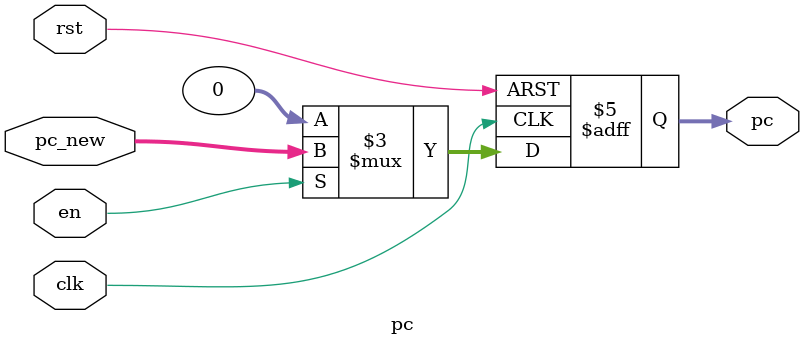
<source format=v>
`timescale 1ns / 1ps

//??????
module pc(
    input clk,rst,en,
    input[31:0] pc_new,
    output reg[31:0] pc

    );
    always @(negedge clk or posedge rst) begin //异步的rst很重要
        if (rst) begin pc <= 0; end   //!!!!!!!!非常巧妙最先将pc置为了0，从而后面的可以运转。
        else if(en) 
            begin pc <= pc_new; end
        else begin
            pc <= 32'b0;
        end
    end

endmodule

</source>
